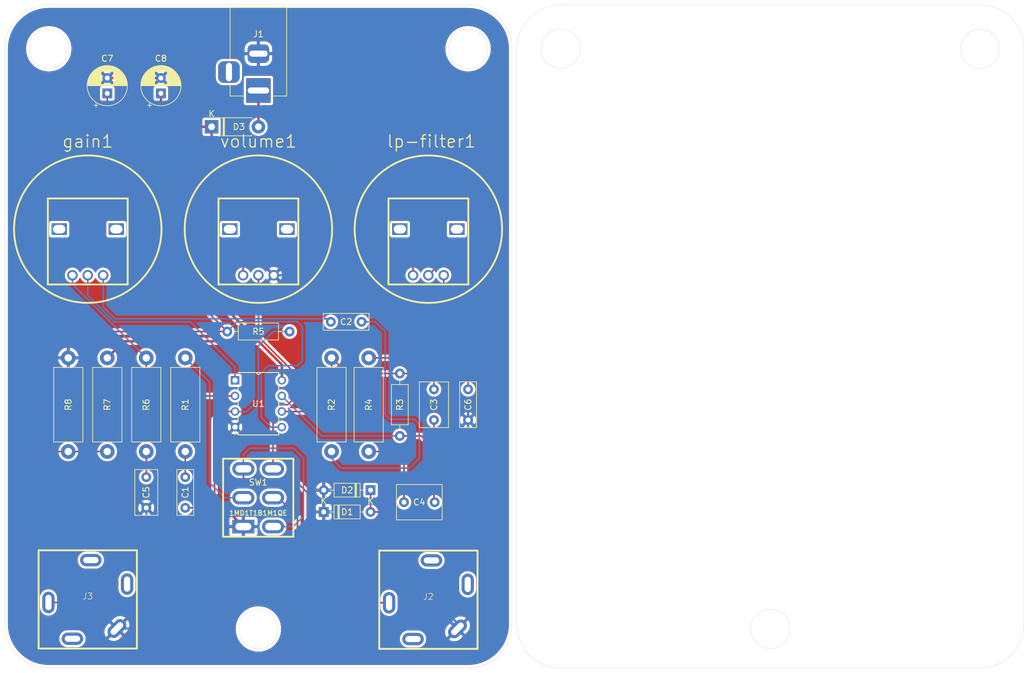
<source format=kicad_pcb>
(kicad_pcb (version 20240108) (generator "pcbnew") (generator_version "8.0")
  (title_block (title "Distortion Pedal") (date "2024-11-08"))
  (layers (0 "F.Cu" signal) (31 "B.Cu" signal) (34 "B.Paste" user) (35 "F.Paste" user) (36 "B.SilkS" user "B.Silkscreen") (37 "F.SilkS" user "F.Silkscreen") (38 "B.Mask" user) (39 "F.Mask" user) (44 "Edge.Cuts" user))
  (net 0 "")
  (net 1 "Net-(C1-Pad1)")
  (net 2 "Net-(U1A-+)")
  (net 3 "Net-(C2-Pad1)")
  (net 4 "Net-(C2-Pad2)")
  (net 5 "Net-(U1B--)")
  (net 6 "Net-(C3-Pad2)")
  (net 7 "Net-(C4-Pad2)")
  (net 8 "GND")
  (net 9 "Net-(C5-Pad1)")
  (net 10 "Net-(C6-Pad1)")
  (net 11 "vref")
  (net 12 "vcc")
  (net 13 "Net-(D1-A)")
  (net 14 "Net-(D3-A)")
  (net 15 "Net-(U1A--)")
  (net 16 "Net-(U1-Pad1)")
  (net 17 "jack_in")
  (net 18 "jack_out")
  (net 19 "Net-(lp-filter1-Pad1)")
  (net 20 "fx_in")
  (net 21 "fx_out")
  (footprint "Potentiometer_THT:Rotary_Potentiometer_RV9312NO-OS15A00-B10K-060" (layer "F.Cu") (at 76.2 86.875 -90)
    (property "Reference" "gain1" (at -21.7875 0 0) (layer "F.SilkS") (effects (font (size 2 2) (thickness 0.2) (bold yes))))
    (property "Value" "100k")
    (pad "1" thru_hole circle (at 0 2.5 270) (size 1.7 1.7) (drill 1.1) (layers "*.Cu" "*.Mask") (net 15 "Net-(U1A--)"))
    (pad "2" thru_hole circle (at 0 0 270) (size 1.7 1.7) (drill 1.1) (layers "*.Cu" "*.Mask") (net 16 "Net-(U1-Pad1)"))
    (pad "3" thru_hole circle (at 0 -2.5 270) (size 1.7 1.7) (drill 1.1) (layers "*.Cu" "*.Mask") (net 3 "Net-(C2-Pad1)"))
    (pad "4" thru_hole rect (at -7.5 -4.65 270) (size 1.9 2.5) (drill oval 1.4 2) (layers "*.Cu" "*.Mask"))
    (pad "4" thru_hole rect (at -7.5 4.65 270) (size 1.9 2.5) (drill oval 1.4 2) (layers "*.Cu" "*.Mask"))
  )
  (footprint "Capacitor_THT:C_Rect_L7.2mm_W3.5mm_P5.00mm_FKS2_FKP2_MKS2_MKP2" (layer "F.Cu") (at 85.725 119.7375 -90)
    (property "Reference" "C5" (at 2.5 0 90) (layer "F.SilkS"))
    (property "Value" "220nF")
    (pad "1" thru_hole circle (at 0 0 270) (size 1.6 1.6) (drill 0.8) (layers "*.Cu" "*.Mask") (net 9 "Net-(C5-Pad1)"))
    (pad "2" thru_hole circle (at 5 0 270) (size 1.6 1.6) (drill 0.8) (layers "*.Cu" "*.Mask") (net 8 "GND"))
  )
  (footprint "Resistor_THT:R_Axial_DIN0414_L11.9mm_D4.5mm_P15.24mm_Horizontal" (layer "F.Cu") (at 92.075 100.33 -90)
    (property "Reference" "R1" (at 7.62 0 90) (layer "F.SilkS"))
    (property "Value" "1k")
    (pad "1" thru_hole circle (at 0 0 270) (size 2.4 2.4) (drill 1.2) (layers "*.Cu" "*.Mask") (net 20 "fx_in"))
    (pad "2" thru_hole oval (at 15.24 0 270) (size 2.4 2.4) (drill 1.2) (layers "*.Cu" "*.Mask") (net 1 "Net-(C1-Pad1)"))
  )
  (footprint "Resistor_THT:R_Axial_DIN0207_L6.3mm_D2.5mm_P10.16mm_Horizontal" (layer "F.Cu") (at 127 102.87 -90)
    (property "Reference" "R3" (at 5.08 0 90) (layer "F.SilkS"))
    (property "Value" "1M")
    (pad "1" thru_hole circle (at 0 0 270) (size 1.6 1.6) (drill 0.8) (layers "*.Cu" "*.Mask") (net 5 "Net-(U1B--)"))
    (pad "2" thru_hole oval (at 10.16 0 270) (size 1.6 1.6) (drill 0.8) (layers "*.Cu" "*.Mask") (net 6 "Net-(C3-Pad2)"))
  )
  (footprint "Button_Switch_THT:DPDT_1MD1T1B1M1QE" (layer "F.Cu") (at 103.9475 123.09375)
    (property "Reference" "SW1" (at 0 -2.5 0) (layer "F.SilkS"))
    (property "Value" "SW_Slide_DPDT_N")
    (fp_text user "1MD1T1B1M1QE" (at 0 2.5 0) (layer "F.SilkS") (effects (font (size 0.8 0.8) (thickness 0.15) (bold yes))))
    (pad "1" thru_hole rect (at -2.415 4.7) (size 3.6 2.2) (drill oval 2.6 1.2) (layers "*.Cu" "*.Mask") (net 8 "GND"))
    (pad "2" thru_hole oval (at -2.415 0) (size 3.6 2.2) (drill oval 2.6 1.2) (layers "*.Cu" "*.Mask") (net 20 "fx_in"))
    (pad "3" thru_hole oval (at -2.415 -4.7) (size 3.6 2.2) (drill oval 2.6 1.2) (layers "*.Cu" "*.Mask") (net 17 "jack_in"))
    (pad "4" thru_hole oval (at 2.415 -4.7) (size 3.6 2.2) (drill oval 2.6 1.2) (layers "*.Cu" "*.Mask") (net 21 "fx_out"))
    (pad "5" thru_hole oval (at 2.415 0) (size 3.6 2.2) (drill oval 2.6 1.2) (layers "*.Cu" "*.Mask") (net 18 "jack_out"))
    (pad "6" thru_hole oval (at 2.415 4.7) (size 3.6 2.2) (drill oval 2.6 1.2) (layers "*.Cu" "*.Mask") (net 17 "jack_in"))
  )
  (footprint "Connector_Audio:6.35_stereo_phone_jack_tayda" (layer "F.Cu") (at 76.2 139.65)
    (property "Reference" "J3" (at 0 -0.5 0) (layer "F.SilkS") (effects (font (thickness 0.1))))
    (property "Value" "AudioJack2")
    (pad "1" thru_hole oval (at 4.737615 4.737615 135) (size 2 3.5) (drill oval 1 2.5) (layers "*.Cu" "*.Mask") (net 8 "GND"))
    (pad "2" thru_hole oval (at -6.4 0.5 180) (size 2 3.5) (drill oval 1 2.5) (layers "*.Cu" "*.Mask") (net 18 "jack_out"))
    (pad "3" thru_hole oval (at 0.5 -6.4 90) (size 2 3.5) (drill oval 1 2.5) (layers "*.Cu" "*.Mask"))
    (pad "4" thru_hole oval (at -2.5 6.4 90) (size 2 3.5) (drill oval 1 2.5) (layers "*.Cu" "*.Mask"))
    (pad "5" thru_hole oval (at 6.4 -2.5) (size 2 3.5) (drill oval 1 2.5) (layers "*.Cu" "*.Mask"))
  )
  (footprint "Resistor_THT:R_Axial_DIN0414_L11.9mm_D4.5mm_P15.24mm_Horizontal" (layer "F.Cu") (at 115.8875 115.57 90)
    (property "Reference" "R2" (at 7.62 0 90) (layer "F.SilkS"))
    (property "Value" "10k")
    (pad "1" thru_hole circle (at 0 0 90) (size 2.4 2.4) (drill 1.2) (layers "*.Cu" "*.Mask") (net 4 "Net-(C2-Pad2)"))
    (pad "2" thru_hole oval (at 15.24 0 90) (size 2.4 2.4) (drill 1.2) (layers "*.Cu" "*.Mask") (net 5 "Net-(U1B--)"))
  )
  (footprint "Capacitor_THT:C_Rect_L7.2mm_W5.5mm_P5.00mm_FKS2_FKP2_MKS2_MKP2" (layer "F.Cu") (at 132.675 123.825 180)
    (property "Reference" "C4" (at 2.5 0 0) (layer "F.SilkS"))
    (property "Value" "1uF")
    (pad "1" thru_hole circle (at 0 0 180) (size 1.6 1.6) (drill 0.8) (layers "*.Cu" "*.Mask") (net 6 "Net-(C3-Pad2)"))
    (pad "2" thru_hole circle (at 5 0 180) (size 1.6 1.6) (drill 0.8) (layers "*.Cu" "*.Mask") (net 7 "Net-(C4-Pad2)"))
  )
  (footprint "Potentiometer_THT:Rotary_Potentiometer_RV9312NO-OS15A00-B10K-060" (layer "F.Cu") (at 131.65 86.875 -90)
    (property "Reference" "lp-filter1" (at -21.7875 -0.5 0) (layer "F.SilkS") (effects (font (size 2 2) (thickness 0.2) (bold yes))))
    (property "Value" "10k")
    (pad "1" thru_hole circle (at 0 2.5 270) (size 1.7 1.7) (drill 1.1) (layers "*.Cu" "*.Mask") (net 19 "Net-(lp-filter1-Pad1)"))
    (pad "2" thru_hole circle (at 0 0 270) (size 1.7 1.7) (drill 1.1) (layers "*.Cu" "*.Mask") (net 10 "Net-(C6-Pad1)"))
    (pad "3" thru_hole circle (at 0 -2.5 270) (size 1.7 1.7) (drill 1.1) (layers "*.Cu" "*.Mask") (net 13 "Net-(D1-A)"))
    (pad "4" thru_hole rect (at -7.5 -4.65 270) (size 1.9 2.5) (drill oval 1.4 2) (layers "*.Cu" "*.Mask"))
    (pad "4" thru_hole rect (at -7.5 4.65 270) (size 1.9 2.5) (drill oval 1.4 2) (layers "*.Cu" "*.Mask"))
  )
  (footprint "Resistor_THT:R_Axial_DIN0414_L11.9mm_D4.5mm_P15.24mm_Horizontal" (layer "F.Cu") (at 85.725 100.33 -90)
    (property "Reference" "R6" (at 7.62 0 90) (layer "F.SilkS"))
    (property "Value" "1k")
    (pad "1" thru_hole circle (at 0 0 270) (size 2.4 2.4) (drill 1.2) (layers "*.Cu" "*.Mask") (net 15 "Net-(U1A--)"))
    (pad "2" thru_hole oval (at 15.24 0 270) (size 2.4 2.4) (drill 1.2) (layers "*.Cu" "*.Mask") (net 9 "Net-(C5-Pad1)"))
  )
  (footprint "Resistor_THT:R_Axial_DIN0207_L6.3mm_D2.5mm_P10.16mm_Horizontal" (layer "F.Cu") (at 98.90125 96.04375)
    (property "Reference" "R5" (at 5.08 0 0) (layer "F.SilkS"))
    (property "Value" "1M")
    (pad "1" thru_hole circle (at 0 0) (size 1.6 1.6) (drill 0.8) (layers "*.Cu" "*.Mask") (net 11 "vref"))
    (pad "2" thru_hole oval (at 10.16 0) (size 1.6 1.6) (drill 0.8) (layers "*.Cu" "*.Mask") (net 2 "Net-(U1A-+)"))
  )
  (footprint "Capacitor_THT:C_Rect_L7.2mm_W2.5mm_P5.00mm_FKS2_FKP2_MKS2_MKP2" (layer "F.Cu") (at 115.76875 94.45625)
    (property "Reference" "C2" (at 2.5 0 0) (layer "F.SilkS"))
    (property "Value" "100nF")
    (pad "1" thru_hole circle (at 0 0) (size 1.6 1.6) (drill 0.8) (layers "*.Cu" "*.Mask") (net 3 "Net-(C2-Pad1)"))
    (pad "2" thru_hole circle (at 5 0) (size 1.6 1.6) (drill 0.8) (layers "*.Cu" "*.Mask") (net 4 "Net-(C2-Pad2)"))
  )
  (footprint "TL072:P8" (layer "F.Cu") (at 107.79125 111.60125)
    (property "Reference" "U1" (at -3.81 -3.81 0) (layer "F.SilkS"))
    (property "Value" "TL072")
    (pad "1" thru_hole rect (at -7.62 -7.62) (size 1.3716 1.3716) (drill 0.8636) (layers "*.Cu" "*.Mask") (net 16 "Net-(U1-Pad1)"))
    (pad "2" thru_hole circle (at -7.62 -5.08) (size 1.3716 1.3716) (drill 0.8636) (layers "*.Cu" "*.Mask") (net 15 "Net-(U1A--)"))
    (pad "3" thru_hole circle (at -7.62 -2.54) (size 1.3716 1.3716) (drill 0.8636) (layers "*.Cu" "*.Mask") (net 2 "Net-(U1A-+)"))
    (pad "4" thru_hole circle (at -7.62 0) (size 1.3716 1.3716) (drill 0.8636) (layers "*.Cu" "*.Mask") (net 8 "GND"))
    (pad "5" thru_hole circle (at 0 0) (size 1.3716 1.3716) (drill 0.8636) (layers "*.Cu" "*.Mask") (net 11 "vref"))
    (pad "6" thru_hole circle (at 0 -2.54) (size 1.3716 1.3716) (drill 0.8636) (layers "*.Cu" "*.Mask") (net 5 "Net-(U1B--)"))
    (pad "7" thru_hole circle (at 0 -5.08) (size 1.3716 1.3716) (drill 0.8636) (layers "*.Cu" "*.Mask") (net 6 "Net-(C3-Pad2)"))
    (pad "8" thru_hole circle (at 0 -7.62) (size 1.3716 1.3716) (drill 0.8636) (layers "*.Cu" "*.Mask") (net 12 "vcc"))
  )
  (footprint "Connector_Audio:6.35_stereo_phone_jack_tayda" (layer "F.Cu") (at 131.65 139.7)
    (property "Reference" "J2" (at 0 -0.5 0) (layer "F.SilkS") (effects (font (thickness 0.1))))
    (property "Value" "AudioJack2")
    (pad "1" thru_hole oval (at 4.737615 4.737615 135) (size 2 3.5) (drill oval 1 2.5) (layers "*.Cu" "*.Mask") (net 8 "GND"))
    (pad "2" thru_hole oval (at -6.4 0.5 180) (size 2 3.5) (drill oval 1 2.5) (layers "*.Cu" "*.Mask") (net 17 "jack_in"))
    (pad "3" thru_hole oval (at 0.5 -6.4 90) (size 2 3.5) (drill oval 1 2.5) (layers "*.Cu" "*.Mask"))
    (pad "4" thru_hole oval (at -2.5 6.4 90) (size 2 3.5) (drill oval 1 2.5) (layers "*.Cu" "*.Mask"))
    (pad "5" thru_hole oval (at 6.4 -2.5) (size 2 3.5) (drill oval 1 2.5) (layers "*.Cu" "*.Mask"))
  )
  (footprint "Capacitor_THT:C_Rect_L7.2mm_W2.5mm_P5.00mm_FKS2_FKP2_MKS2_MKP2" (layer "F.Cu") (at 92.075 119.7375 -90)
    (property "Reference" "C1" (at 2.5 0 90) (layer "F.SilkS"))
    (property "Value" "22nF")
    (pad "1" thru_hole circle (at 0 0 270) (size 1.6 1.6) (drill 0.8) (layers "*.Cu" "*.Mask") (net 1 "Net-(C1-Pad1)"))
    (pad "2" thru_hole circle (at 5 0 270) (size 1.6 1.6) (drill 0.8) (layers "*.Cu" "*.Mask") (net 2 "Net-(U1A-+)"))
  )
  (footprint "Diode_THT:D_DO-41_SOD81_P7.62mm_Horizontal" (layer "F.Cu") (at 96.36125 62.70625)
    (property "Reference" "D3" (at 4.445 0 0) (layer "F.SilkS"))
    (property "Value" "D")
    (fp_text user "K" (at 0 -2.1 0) (layer "F.SilkS"))
    (pad "1" thru_hole rect (at 0 0) (size 2.2 2.2) (drill 1.1) (layers "*.Cu" "*.Mask") (net 12 "vcc"))
    (pad "2" thru_hole oval (at 7.62 0) (size 2.2 2.2) (drill 1.1) (layers "*.Cu" "*.Mask") (net 14 "Net-(D3-A)"))
  )
  (footprint "Capacitor_THT:C_Rect_L7.2mm_W4.5mm_P5.00mm_FKS2_FKP2_MKS2_MKP2" (layer "F.Cu") (at 132.55625 105.45 -90)
    (property "Reference" "C3" (at 2.5 0 90) (layer "F.SilkS"))
    (property "Value" "100pF")
    (pad "1" thru_hole circle (at 0 0 270) (size 1.6 1.6) (drill 0.8) (layers "*.Cu" "*.Mask") (net 5 "Net-(U1B--)"))
    (pad "2" thru_hole circle (at 5 0 270) (size 1.6 1.6) (drill 0.8) (layers "*.Cu" "*.Mask") (net 6 "Net-(C3-Pad2)"))
  )
  (footprint "Capacitor_THT:CP_Radial_D6.3mm_P2.50mm" (layer "F.Cu") (at 88.10625 57.26875 90)
    (property "Reference" "C8" (at 5.675 0 0) (layer "F.SilkS"))
    (property "Value" "47uF")
    (pad "1" thru_hole rect (at 0 0 90) (size 1.6 1.6) (drill 0.8) (layers "*.Cu" "*.Mask") (net 12 "vcc"))
    (pad "2" thru_hole circle (at 2.5 0 90) (size 1.6 1.6) (drill 0.8) (layers "*.Cu" "*.Mask") (net 8 "GND"))
  )
  (footprint "Diode_THT:D_DO-35_SOD27_P7.62mm_Horizontal" (layer "F.Cu") (at 122.2375 121.8625 180)
    (property "Reference" "D2" (at 3.81 0 0) (layer "F.SilkS"))
    (property "Value" "D")
    (fp_text user "K" (at 0 -1.8 0) (layer "F.SilkS"))
    (pad "1" thru_hole rect (at 0 0 180) (size 1.6 1.6) (drill 0.8) (layers "*.Cu" "*.Mask") (net 13 "Net-(D1-A)"))
    (pad "2" thru_hole oval (at 7.62 0 180) (size 1.6 1.6) (drill 0.8) (layers "*.Cu" "*.Mask") (net 8 "GND"))
  )
  (footprint "Resistor_THT:R_Axial_DIN0414_L11.9mm_D4.5mm_P15.24mm_Horizontal" (layer "F.Cu") (at 79.375 100.33 -90)
    (property "Reference" "R7" (at 7.62 0 90) (layer "F.SilkS"))
    (property "Value" "10k")
    (pad "1" thru_hole circle (at 0 0 270) (size 2.4 2.4) (drill 1.2) (layers "*.Cu" "*.Mask") (net 12 "vcc"))
    (pad "2" thru_hole oval (at 15.24 0 270) (size 2.4 2.4) (drill 1.2) (layers "*.Cu" "*.Mask") (net 11 "vref"))
  )
  (footprint "Capacitor_THT:CP_Radial_D6.3mm_P2.50mm" (layer "F.Cu") (at 79.375 57.26875 90)
    (property "Reference" "C7" (at 5.675 0 0) (layer "F.SilkS"))
    (property "Value" "47uF")
    (pad "1" thru_hole rect (at 0 0 90) (size 1.6 1.6) (drill 0.8) (layers "*.Cu" "*.Mask") (net 11 "vref"))
    (pad "2" thru_hole circle (at 2.5 0 90) (size 1.6 1.6) (drill 0.8) (layers "*.Cu" "*.Mask") (net 8 "GND"))
  )
  (footprint "Diode_THT:D_DO-35_SOD27_P7.62mm_Horizontal" (layer "F.Cu") (at 114.6175 125.4125)
    (property "Reference" "D1" (at 3.81 0 0) (layer "F.SilkS"))
    (property "Value" "D")
    (fp_text user "K" (at 0 -1.8 0) (layer "F.SilkS"))
    (pad "1" thru_hole rect (at 0 0) (size 1.6 1.6) (drill 0.8) (layers "*.Cu" "*.Mask") (net 8 "GND"))
    (pad "2" thru_hole oval (at 7.62 0) (size 1.6 1.6) (drill 0.8) (layers "*.Cu" "*.Mask") (net 13 "Net-(D1-A)"))
  )
  (footprint "Resistor_THT:R_Axial_DIN0414_L11.9mm_D4.5mm_P15.24mm_Horizontal" (layer "F.Cu") (at 73.025 115.57 90)
    (property "Reference" "R8" (at 7.62 0 90) (layer "F.SilkS"))
    (property "Value" "10k")
    (pad "1" thru_hole circle (at 0 0 90) (size 2.4 2.4) (drill 1.2) (layers "*.Cu" "*.Mask") (net 11 "vref"))
    (pad "2" thru_hole oval (at 15.24 0 90) (size 2.4 2.4) (drill 1.2) (layers "*.Cu" "*.Mask") (net 8 "GND"))
  )
  (footprint "Potentiometer_THT:Rotary_Potentiometer_RV9312NO-OS15A00-B10K-060" (layer "F.Cu") (at 103.98125 86.875 -90)
    (property "Reference" "volume1" (at -21.7875 0 0) (layer "F.SilkS") (effects (font (size 2 2) (thickness 0.2) (bold yes))))
    (property "Value" "100k")
    (pad "1" thru_hole circle (at 0 2.5 270) (size 1.7 1.7) (drill 1.1) (layers "*.Cu" "*.Mask") (net 19 "Net-(lp-filter1-Pad1)"))
    (pad "2" thru_hole circle (at 0 0 270) (size 1.7 1.7) (drill 1.1) (layers "*.Cu" "*.Mask") (net 21 "fx_out"))
    (pad "3" thru_hole circle (at 0 -2.5 270) (size 1.7 1.7) (drill 1.1) (layers "*.Cu" "*.Mask") (net 8 "GND"))
    (pad "4" thru_hole rect (at -7.5 -4.65 270) (size 1.9 2.5) (drill oval 1.4 2) (layers "*.Cu" "*.Mask"))
    (pad "4" thru_hole rect (at -7.5 4.65 270) (size 1.9 2.5) (drill oval 1.4 2) (layers "*.Cu" "*.Mask"))
  )
  (footprint "Connector_BarrelJack:BarrelJack_Horizontal" (layer "F.Cu") (at 103.98125 56.8 -90)
    (property "Reference" "J1" (at -9.175 0 180) (layer "F.SilkS"))
    (property "Value" "Barrel_Jack")
    (pad "1" thru_hole rect (at 0 0 270) (size 4 4) (drill oval 1 3.5) (layers "*.Cu" "*.Mask") (net 14 "Net-(D3-A)"))
    (pad "2" thru_hole roundrect (at -6 0 270) (size 3 3.5) (drill oval 1 3) (layers "*.Cu" "*.Mask") (net 8 "GND"))
    (pad "3" thru_hole roundrect (at -3 4.8 270) (size 3.5 3.5) (drill oval 3 1) (layers "*.Cu" "*.Mask"))
  )
  (footprint "Resistor_THT:R_Axial_DIN0414_L11.9mm_D4.5mm_P15.24mm_Horizontal" (layer "F.Cu") (at 121.9375 115.57 90)
    (property "Reference" "R4" (at 7.62 0 90) (layer "F.SilkS"))
    (property "Value" "1k")
    (pad "1" thru_hole circle (at 0 0 90) (size 2.4 2.4) (drill 1.2) (layers "*.Cu" "*.Mask") (net 7 "Net-(C4-Pad2)"))
    (pad "2" thru_hole oval (at 15.24 0 90) (size 2.4 2.4) (drill 1.2) (layers "*.Cu" "*.Mask") (net 13 "Net-(D1-A)"))
  )
  (footprint "Capacitor_THT:C_Rect_L7.2mm_W2.5mm_P5.00mm_FKS2_FKP2_MKS2_MKP2" (layer "F.Cu") (at 138.1125 105.45 -90)
    (property "Reference" "C6" (at 2.5 0 90) (layer "F.SilkS"))
    (property "Value" "22nF")
    (pad "1" thru_hole circle (at 0 0 270) (size 1.6 1.6) (drill 0.8) (layers "*.Cu" "*.Mask") (net 10 "Net-(C6-Pad1)"))
    (pad "2" thru_hole circle (at 5 0 270) (size 1.6 1.6) (drill 0.8) (layers "*.Cu" "*.Mask") (net 8 "GND"))
  )
  (gr_circle (center 221.45625 50.00625) (end 224.65625 50.00625) (stroke (width 0.05)) (fill none) (layer "Edge.Cuts"))
  (gr_arc (start 69.85 150.8125) (mid 64.798606 148.720144) (end 62.70625 143.66875) (stroke (width 0.05)) (layer "Edge.Cuts"))
  (gr_line (start 228.6 143.66875) (end 228.6 50.00625) (stroke (width 0.05)) (layer "Edge.Cuts"))
  (gr_line (start 146.05 50.00625) (end 146.05 143.66875) (stroke (width 0.05)) (layer "Edge.Cuts"))
  (gr_arc (start 228.6 143.66875) (mid 226.507644 148.720144) (end 221.45625 150.8125) (stroke (width 0.05)) (layer "Edge.Cuts"))
  (gr_line (start 145.25625 143.66875) (end 145.25625 50.00625) (stroke (width 0.05)) (layer "Edge.Cuts"))
  (gr_circle (center 153.19375 50.00625) (end 156.39375 50.00625) (stroke (width 0.05)) (fill none) (layer "Edge.Cuts"))
  (gr_line (start 138.1125 150.8125) (end 69.85 150.8125) (stroke (width 0.05)) (layer "Edge.Cuts"))
  (gr_line (start 62.70625 50.00625) (end 62.70625 143.66875) (stroke (width 0.05)) (layer "Edge.Cuts"))
  (gr_arc (start 153.19375 150.8125) (mid 148.142356 148.720144) (end 146.05 143.66875) (stroke (width 0.05)) (layer "Edge.Cuts"))
  (gr_arc (start 146.05 50.00625) (mid 148.142356 44.954856) (end 153.19375 42.8625) (stroke (width 0.05)) (layer "Edge.Cuts"))
  (gr_arc (start 221.45625 42.8625) (mid 226.507644 44.954856) (end 228.6 50.00625) (stroke (width 0.05)) (layer "Edge.Cuts"))
  (gr_line (start 221.45625 42.8625) (end 153.19375 42.8625) (stroke (width 0.05)) (layer "Edge.Cuts"))
  (gr_line (start 221.45625 150.8125) (end 153.19375 150.8125) (stroke (width 0.05)) (layer "Edge.Cuts"))
  (gr_arc (start 145.25625 143.66875) (mid 143.163894 148.720144) (end 138.1125 150.8125) (stroke (width 0.05)) (layer "Edge.Cuts"))
  (gr_arc (start 138.1125 42.8625) (mid 143.163894 44.954856) (end 145.25625 50.00625) (stroke (width 0.05)) (layer "Edge.Cuts"))
  (gr_circle (center 138.1125 50.00625) (end 141.3125 50.00625) (stroke (width 0.05)) (fill none) (layer "Edge.Cuts"))
  (gr_circle (center 103.98125 144.4625) (end 107.18125 144.4625) (stroke (width 0.05)) (fill none) (layer "Edge.Cuts"))
  (gr_circle (center 187.325 144.4625) (end 190.525 144.4625) (stroke (width 0.05)) (fill none) (layer "Edge.Cuts"))
  (gr_line (start 138.1125 42.8625) (end 69.85 42.8625) (stroke (width 0.05)) (layer "Edge.Cuts"))
  (gr_circle (center 69.85 50.00625) (end 73.05 50.00625) (stroke (width 0.05)) (fill none) (layer "Edge.Cuts"))
  (gr_arc (start 62.70625 50.00625) (mid 64.798606 44.954856) (end 69.85 42.8625) (stroke (width 0.05)) (layer "Edge.Cuts"))
  (segment (start 92.075 115.57) (end 92.075 119.7375) (width 0.254) (layer "F.Cu") (net 1))
  (segment (start 98.1075 109.06125) (end 100.17125 109.06125) (width 0.254) (layer "F.Cu") (net 2))
  (segment (start 96.8375 110.33125) (end 98.1075 109.06125) (width 0.254) (layer "F.Cu") (net 2))
  (segment (start 96.8375 122.2375) (end 96.8375 110.33125) (width 0.254) (layer "F.Cu") (net 2))
  (segment (start 92.075 124.7375) (end 94.3375 124.7375) (width 0.254) (layer "F.Cu") (net 2))
  (segment (start 94.3375 124.7375) (end 96.8375 122.2375) (width 0.254) (layer "F.Cu") (net 2))
  (segment (start 102.07625 109.06125) (end 100.17125 109.06125) (width 0.254) (layer "B.Cu") (net 2))
  (segment (start 106.3625 96.04375) (end 103.98125 98.425) (width 0.254) (layer "B.Cu") (net 2))
  (segment (start 103.98125 98.425) (end 103.98125 107.15625) (width 0.254) (layer "B.Cu") (net 2))
  (segment (start 109.06125 96.04375) (end 106.3625 96.04375) (width 0.254) (layer "B.Cu") (net 2))
  (segment (start 103.98125 107.15625) (end 102.07625 109.06125) (width 0.254) (layer "B.Cu") (net 2))
  (segment (start 78.7 86.875) (end 78.7 92.020896) (width 0.254) (layer "B.Cu") (net 3))
  (segment (start 115.285448 93.972948) (end 115.76875 94.45625) (width 0.254) (layer "B.Cu") (net 3))
  (segment (start 80.652052 93.972948) (end 115.285448 93.972948) (width 0.254) (layer "B.Cu") (net 3))
  (segment (start 78.7 92.020896) (end 80.652052 93.972948) (width 0.254) (layer "B.Cu") (net 3))
  (segment (start 130.175 111.125) (end 130.175 116.68125) (width 0.254) (layer "B.Cu") (net 4))
  (segment (start 117.475 118.26875) (end 115.8875 116.68125) (width 0.254) (layer "B.Cu") (net 4))
  (segment (start 125.4125 110.33125) (end 129.38125 110.33125) (width 0.254) (layer "B.Cu") (net 4))
  (segment (start 123.03125 94.45625) (end 124.61875 96.04375) (width 0.254) (layer "B.Cu") (net 4))
  (segment (start 129.38125 110.33125) (end 130.175 111.125) (width 0.254) (layer "B.Cu") (net 4))
  (segment (start 130.175 116.68125) (end 128.5875 118.26875) (width 0.254) (layer "B.Cu") (net 4))
  (segment (start 124.61875 96.04375) (end 124.61875 109.5375) (width 0.254) (layer "B.Cu") (net 4))
  (segment (start 124.61875 109.5375) (end 125.4125 110.33125) (width 0.254) (layer "B.Cu") (net 4))
  (segment (start 128.5875 118.26875) (end 117.475 118.26875) (width 0.254) (layer "B.Cu") (net 4))
  (segment (start 120.76875 94.45625) (end 123.03125 94.45625) (width 0.254) (layer "B.Cu") (net 4))
  (segment (start 115.8875 116.68125) (end 115.8875 115.57) (width 0.254) (layer "B.Cu") (net 4))
  (segment (start 118.4275 102.87) (end 127 102.87) (width 0.254) (layer "F.Cu") (net 5))
  (segment (start 115.8875 106.3625) (end 113.18875 109.06125) (width 0.254) (layer "F.Cu") (net 5))
  (segment (start 132.55625 103.98125) (end 131.445 102.87) (width 0.254) (layer "F.Cu") (net 5))
  (segment (start 131.445 102.87) (end 127 102.87) (width 0.254) (layer "F.Cu") (net 5))
  (segment (start 132.55625 105.45) (end 132.55625 103.98125) (width 0.254) (layer "F.Cu") (net 5))
  (segment (start 113.18875 109.06125) (end 107.79125 109.06125) (width 0.254) (layer "F.Cu") (net 5))
  (segment (start 115.8875 100.33) (end 118.4275 102.87) (width 0.254) (layer "F.Cu") (net 5))
  (segment (start 115.8875 100.33) (end 115.8875 106.3625) (width 0.254) (layer "F.Cu") (net 5))
  (segment (start 132.55625 115.09375) (end 132.55625 123.70625) (width 0.254) (layer "F.Cu") (net 6))
  (segment (start 132.55625 123.70625) (end 132.675 123.825) (width 0.254) (layer "F.Cu") (net 6))
  (segment (start 132.55625 110.45) (end 132.55625 115.09375) (width 0.254) (layer "F.Cu") (net 6))
  (segment (start 130.4925 113.03) (end 132.55625 115.09375) (width 0.254) (layer "F.Cu") (net 6))
  (segment (start 127 113.03) (end 130.4925 113.03) (width 0.254) (layer "F.Cu") (net 6))
  (segment (start 107.79125 106.52125) (end 114.3 113.03) (width 0.254) (layer "B.Cu") (net 6))
  (segment (start 114.3 113.03) (end 127 113.03) (width 0.254) (layer "B.Cu") (net 6))
  (segment (start 121.9375 115.57) (end 125.88875 115.57) (width 0.254) (layer "F.Cu") (net 7))
  (segment (start 127.675 117.35625) (end 127.675 123.825) (width 0.254) (layer "F.Cu") (net 7))
  (segment (start 125.88875 115.57) (end 127.675 117.35625) (width 0.254) (layer "F.Cu") (net 7))
  (segment (start 103.98125 50.8) (end 92.075 50.8) (width 0.381) (layer "F.Cu") (net 8))
  (segment (start 114.6175 125.4125) (end 114.6175 121.8625) (width 0.381) (layer "F.Cu") (net 8))
  (segment (start 79.375 54.76875) (end 88.10625 54.76875) (width 0.381) (layer "F.Cu") (net 8))
  (segment (start 92.075 50.8) (end 88.10625 54.76875) (width 0.381) (layer "F.Cu") (net 8))
  (segment (start 98.425 124.68625) (end 101.5325 127.79375) (width 0.381) (layer "F.Cu") (net 8))
  (segment (start 98.425 113.3475) (end 98.425 124.68625) (width 0.381) (layer "F.Cu") (net 8))
  (segment (start 100.17125 111.60125) (end 98.425 113.3475) (width 0.381) (layer "F.Cu") (net 8))
  (segment (start 113.50625 130.175) (end 102.39375 130.175) (width 0.381) (layer "B.Cu") (net 8))
  (segment (start 135.73125 119.0625) (end 134.9375 119.85625) (width 0.381) (layer "B.Cu") (net 8))
  (segment (start 138.1125 110.45) (end 138.1125 116.68125) (width 0.381) (layer "B.Cu") (net 8))
  (segment (start 111.91875 84.93125) (end 114.3 87.3125) (width 0.381) (layer "B.Cu") (net 8))
  (segment (start 80.16875 107.95) (end 82.55 110.33125) (width 0.381) (layer "B.Cu") (net 8))
  (segment (start 76.2 107.95) (end 80.16875 107.95) (width 0.381) (layer "B.Cu") (net 8))
  (segment (start 82.55 121.5625) (end 85.725 124.7375) (width 0.381) (layer "B.Cu") (net 8))
  (segment (start 101.5325 129.31375) (end 101.5325 127.79375) (width 0.381) (layer "B.Cu") (net 8))
  (segment (start 138.1125 116.68125) (end 135.73125 119.0625) (width 0.381) (layer "B.Cu") (net 8))
  (segment (start 103.98125 50.8) (end 110.33125 50.8) (width 0.381) (layer "B.Cu") (net 8))
  (segment (start 116.619356 87.3125) (end 138.1125 108.805644) (width 0.381) (layer "B.Cu") (net 8))
  (segment (start 138.1125 108.805644) (end 138.1125 110.45) (width 0.381) (layer "B.Cu") (net 8))
  (segment (start 110.33125 50.8) (end 111.91875 52.3875) (width 0.381) (layer "B.Cu") (net 8))
  (segment (start 73.025 100.33) (end 73.025 104.775) (width 0.381) (layer "B.Cu") (net 8))
  (segment (start 88.78125 127.79375) (end 101.5325 127.79375) (width 0.381) (layer "B.Cu") (net 8))
  (segment (start 85.725 143.66875) (end 85.725 124.7375) (width 0.381) (layer "B.Cu") (net 8))
  (segment (start 115.09375 119.0625) (end 135.73125 119.0625) (width 0.381) (layer "B.Cu") (net 8))
  (segment (start 85.725 124.7375) (end 88.78125 127.79375) (width 0.381) (layer "B.Cu") (net 8))
  (segment (start 114.6175 129.06375) (end 113.50625 130.175) (width 0.381) (layer "B.Cu") (net 8))
  (segment (start 114.6175 119.53875) (end 115.09375 119.0625) (width 0.381) (layer "B.Cu") (net 8))
  (segment (start 114.6175 125.4125) (end 114.6175 129.06375) (width 0.381) (layer "B.Cu") (net 8))
  (segment (start 136.387615 143.531365) (end 136.387615 144.437615) (width 0.381) (layer "B.Cu") (net 8))
  (segment (start 114.6175 121.8625) (end 114.6175 119.53875) (width 0.381) (layer "B.Cu") (net 8))
  (segment (start 80.937615 144.387615) (end 85.006135 144.387615) (width 0.381) (layer "B.Cu") (net 8))
  (segment (start 102.39375 130.175) (end 101.5325 129.31375) (width 0.381) (layer "B.Cu") (net 8))
  (segment (start 114.3 87.3125) (end 116.619356 87.3125) (width 0.381) (layer "B.Cu") (net 8))
  (segment (start 111.91875 84.93125) (end 109.975 86.875) (width 0.381) (layer "B.Cu") (net 8))
  (segment (start 109.975 86.875) (end 106.48125 86.875) (width 0.381) (layer "B.Cu") (net 8))
  (segment (start 85.006135 144.387615) (end 85.725 143.66875) (width 0.381) (layer "B.Cu") (net 8))
  (segment (start 82.55 110.33125) (end 82.55 121.5625) (width 0.381) (layer "B.Cu") (net 8))
  (segment (start 73.025 104.775) (end 76.2 107.95) (width 0.381) (layer "B.Cu") (net 8))
  (segment (start 134.9375 142.08125) (end 136.387615 143.531365) (width 0.381) (layer "B.Cu") (net 8))
  (segment (start 111.91875 52.3875) (end 111.91875 84.93125) (width 0.381) (layer "B.Cu") (net 8))
  (segment (start 134.9375 119.85625) (end 134.9375 142.08125) (width 0.381) (layer "B.Cu") (net 8))
  (segment (start 85.725 115.57) (end 85.725 119.7375) (width 0.254) (layer "F.Cu") (net 9))
  (segment (start 131.65 86.875) (end 133.59375 84.93125) (width 0.254) (layer "F.Cu") (net 10))
  (segment (start 133.59375 84.93125) (end 135.73125 84.93125) (width 0.254) (layer "F.Cu") (net 10))
  (segment (start 135.73125 84.93125) (end 138.1125 87.3125) (width 0.254) (layer "F.Cu") (net 10))
  (segment (start 138.1125 87.3125) (end 138.1125 105.45) (width 0.254) (layer "F.Cu") (net 10))
  (segment (start 79.375 58.7375) (end 88.9 68.2625) (width 0.254) (layer "F.Cu") (net 11))
  (segment (start 88.9 86.0425) (end 98.90125 96.04375) (width 0.254) (layer "F.Cu") (net 11))
  (segment (start 68.2625 113.50625) (end 70.32625 115.57) (width 0.254) (layer "F.Cu") (net 11))
  (segment (start 71.4375 96.04375) (end 68.2625 99.21875) (width 0.254) (layer "F.Cu") (net 11))
  (segment (start 88.9 68.2625) (end 88.9 86.0425) (width 0.254) (layer "F.Cu") (net 11))
  (segment (start 68.2625 99.21875) (end 68.2625 113.50625) (width 0.254) (layer "F.Cu") (net 11))
  (segment (start 79.375 115.57) (end 73.025 115.57) (width 0.254) (layer "F.Cu") (net 11))
  (segment (start 79.375 57.26875) (end 79.375 58.7375) (width 0.254) (layer "F.Cu") (net 11))
  (segment (start 98.90125 96.04375) (end 71.4375 96.04375) (width 0.254) (layer "F.Cu") (net 11))
  (segment (start 70.32625 115.57) (end 73.025 115.57) (width 0.254) (layer "F.Cu") (net 11))
  (segment (start 105.56875 101.6) (end 104.43525 102.7335) (width 0.254) (layer "B.Cu") (net 11))
  (segment (start 101.6 94.45625) (end 101.629302 94.426948) (width 0.254) (layer "B.Cu") (net 11))
  (segment (start 111.125 95.220698) (end 111.125 100.80625) (width 0.254) (layer "B.Cu") (net 11))
  (segment (start 98.90125 96.04375) (end 100.48875 94.45625) (width 0.254) (layer "B.Cu") (net 11))
  (segment (start 100.48875 94.45625) (end 101.6 94.45625) (width 0.254) (layer "B.Cu") (net 11))
  (segment (start 104.43525 102.7335) (end 104.43525 109.9915) (width 0.254) (layer "B.Cu") (net 11))
  (segment (start 110.33125 94.426948) (end 111.125 95.220698) (width 0.254) (layer "B.Cu") (net 11))
  (segment (start 111.125 100.80625) (end 110.33125 101.6) (width 0.254) (layer "B.Cu") (net 11))
  (segment (start 104.43525 109.9915) (end 106.045 111.60125) (width 0.254) (layer "B.Cu") (net 11))
  (segment (start 106.045 111.60125) (end 107.79125 111.60125) (width 0.254) (layer "B.Cu") (net 11))
  (segment (start 110.33125 101.6) (end 105.56875 101.6) (width 0.254) (layer "B.Cu") (net 11))
  (segment (start 101.629302 94.426948) (end 110.33125 94.426948) (width 0.254) (layer "B.Cu") (net 11))
  (segment (start 107.79125 103.98125) (end 107.79125 101.44125) (width 0.381) (layer "F.Cu") (net 12))
  (segment (start 88.10625 59.53125) (end 91.28125 62.70625) (width 0.381) (layer "F.Cu") (net 12))
  (segment (start 91.28125 62.70625) (end 96.36125 62.70625) (width 0.381) (layer "F.Cu") (net 12))
  (segment (start 103.98125 97.63125) (end 82.07375 97.63125) (width 0.381) (layer "F.Cu") (net 12))
  (segment (start 96.36125 62.70625) (end 96.36125 90.01125) (width 0.381) (layer "F.Cu") (net 12))
  (segment (start 96.36125 90.01125) (end 103.98125 97.63125) (width 0.381) (layer "F.Cu") (net 12))
  (segment (start 107.79125 101.44125) (end 103.98125 97.63125) (width 0.381) (layer "F.Cu") (net 12))
  (segment (start 82.07375 97.63125) (end 79.375 100.33) (width 0.381) (layer "F.Cu") (net 12))
  (segment (start 88.10625 57.26875) (end 88.10625 59.53125) (width 0.381) (layer "F.Cu") (net 12))
  (segment (start 134.15 97.625) (end 131.445 100.33) (width 0.254) (layer "F.Cu") (net 13))
  (segment (start 134.9375 123.825) (end 133.35 125.4125) (width 0.254) (layer "F.Cu") (net 13))
  (segment (start 122.2375 125.4125) (end 122.2375 121.8625) (width 0.254) (layer "F.Cu") (net 13))
  (segment (start 131.445 100.33) (end 121.9375 100.33) (width 0.254) (layer "F.Cu") (net 13))
  (segment (start 133.35 125.4125) (end 122.2375 125.4125) (width 0.254) (layer "F.Cu") (net 13))
  (segment (start 134.9375 103.8225) (end 134.9375 123.825) (width 0.254) (layer "F.Cu") (net 13))
  (segment (start 131.445 100.33) (end 134.9375 103.8225) (width 0.254) (layer "F.Cu") (net 13))
  (segment (start 134.15 86.875) (end 134.15 97.625) (width 0.254) (layer "F.Cu") (net 13))
  (segment (start 103.98125 62.5475) (end 104.14 62.70625) (width 0.254) (layer "F.Cu") (net 14))
  (segment (start 103.98125 62.70625) (end 103.98125 56.8) (width 0.381) (layer "F.Cu") (net 14))
  (segment (start 85.725 105.56875) (end 86.6775 106.52125) (width 0.254) (layer "F.Cu") (net 15))
  (segment (start 85.725 100.33) (end 85.725 105.56875) (width 0.254) (layer "F.Cu") (net 15))
  (segment (start 86.6775 106.52125) (end 100.17125 106.52125) (width 0.254) (layer "F.Cu") (net 15))
  (segment (start 73.7 86.875) (end 73.7 88.305) (width 0.254) (layer "B.Cu") (net 15))
  (segment (start 73.7 88.305) (end 85.725 100.33) (width 0.254) (layer "B.Cu") (net 15))
  (segment (start 100.17125 101.75875) (end 100.17125 103.98125) (width 0.254) (layer "B.Cu") (net 16))
  (segment (start 76.2 86.875) (end 76.2 90.162948) (width 0.254) (layer "B.Cu") (net 16))
  (segment (start 76.2 90.162948) (end 80.493302 94.45625) (width 0.254) (layer "B.Cu") (net 16))
  (segment (start 92.86875 94.45625) (end 100.17125 101.75875) (width 0.254) (layer "B.Cu") (net 16))
  (segment (start 80.493302 94.45625) (end 92.86875 94.45625) (width 0.254) (layer "B.Cu") (net 16))
  (segment (start 102.39375 120.65) (end 110.33125 120.65) (width 0.254) (layer "F.Cu") (net 17))
  (segment (start 101.5325 119.78875) (end 102.39375 120.65) (width 0.254) (layer "F.Cu") (net 17))
  (segment (start 110.33125 120.65) (end 111.91875 122.2375) (width 0.254) (layer "F.Cu") (net 17))
  (segment (start 111.91875 122.2375) (end 111.91875 138.1125) (width 0.254) (layer "F.Cu") (net 17))
  (segment (start 101.5325 118.39375) (end 101.5325 119.78875) (width 0.254) (layer "F.Cu") (net 17))
  (segment (start 114.00625 140.2) (end 125.25 140.2) (width 0.254) (layer "F.Cu") (net 17))
  (segment (start 111.91875 138.1125) (end 114.00625 140.2) (width 0.254) (layer "F.Cu") (net 17))
  (segment (start 102.58425 115.02925) (end 101.5325 116.081) (width 0.254) (layer "B.Cu") (net 17))
  (segment (start 111.3155 116.61675) (end 109.728 115.02925) (width 0.254) (layer "B.Cu") (net 17))
  (segment (start 101.5325 116.081) (end 101.5325 118.39375) (width 0.254) (layer "B.Cu") (net 17))
  (segment (start 109.6635 127.79375) (end 111.3155 126.14175) (width 0.254) (layer "B.Cu") (net 17))
  (segment (start 106.3625 127.79375) (end 109.6635 127.79375) (width 0.254) (layer "B.Cu") (net 17))
  (segment (start 109.728 115.02925) (end 102.58425 115.02925) (width 0.254) (layer "B.Cu") (net 17))
  (segment (start 111.3155 126.14175) (end 111.3155 116.61675) (width 0.254) (layer "B.Cu") (net 17))
  (segment (start 110.33125 130.96875) (end 110.33125 126.20625) (width 0.254) (layer "F.Cu") (net 18))
  (segment (start 101.15 140.15) (end 110.33125 130.96875) (width 0.254) (layer "F.Cu") (net 18))
  (segment (start 69.8 140.15) (end 101.15 140.15) (width 0.254) (layer "F.Cu") (net 18))
  (segment (start 110.33125 126.20625) (end 107.21875 123.09375) (width 0.254) (layer "F.Cu") (net 18))
  (segment (start 107.21875 123.09375) (end 106.3625 123.09375) (width 0.254) (layer "F.Cu") (net 18))
  (segment (start 102.39375 84.1375) (end 127.79375 84.1375) (width 0.254) (layer "F.Cu") (net 19))
  (segment (start 127.79375 84.1375) (end 129.15 85.49375) (width 0.254) (layer "F.Cu") (net 19))
  (segment (start 101.48125 86.875) (end 101.48125 85.05) (width 0.254) (layer "F.Cu") (net 19))
  (segment (start 129.15 85.49375) (end 129.15 86.875) (width 0.254) (layer "F.Cu") (net 19))
  (segment (start 101.48125 85.05) (end 102.39375 84.1375) (width 0.254) (layer "F.Cu") (net 19))
  (segment (start 96.04375 104.29875) (end 96.04375 120.65) (width 0.254) (layer "B.Cu") (net 20))
  (segment (start 98.4875 123.09375) (end 101.5325 123.09375) (width 0.254) (layer "B.Cu") (net 20))
  (segment (start 96.04375 120.65) (end 98.4875 123.09375) (width 0.254) (layer "B.Cu") (net 20))
  (segment (start 92.075 100.33) (end 96.04375 104.29875) (width 0.254) (layer "B.Cu") (net 20))
  (segment (start 106.3625 108.74375) (end 106.3625 118.39375) (width 0.254) (layer "F.Cu") (net 21))
  (segment (start 103.98125 86.875) (end 103.98125 96.899394) (width 0.254) (layer "F.Cu") (net 21))
  (segment (start 108.74375 107.95) (end 107.15625 107.95) (width 0.254) (layer "F.Cu") (net 21))
  (segment (start 109.5375 102.455644) (end 109.5375 107.15625) (width 0.254) (layer "F.Cu") (net 21))
  (segment (start 107.15625 107.95) (end 106.3625 108.74375) (width 0.254) (layer "F.Cu") (net 21))
  (segment (start 109.5375 107.15625) (end 108.74375 107.95) (width 0.254) (layer "F.Cu") (net 21))
  (segment (start 103.98125 96.899394) (end 109.5375 102.455644) (width 0.254) (layer "F.Cu") (net 21))
  (zone (net 8) (net_name "GND") (layers "F&B.Cu") (connect_pads (clearance 0.4)) (min_thickness 0.25) (fill yes (thermal_gap 0.5) (thermal_bridge_width 0.5))
    (polygon (pts (xy 61.9125 42.06875) (xy 61.9125 151.60625) (xy 146.05 151.60625) (xy 146.05 42.06875)))
  )
)
</source>
